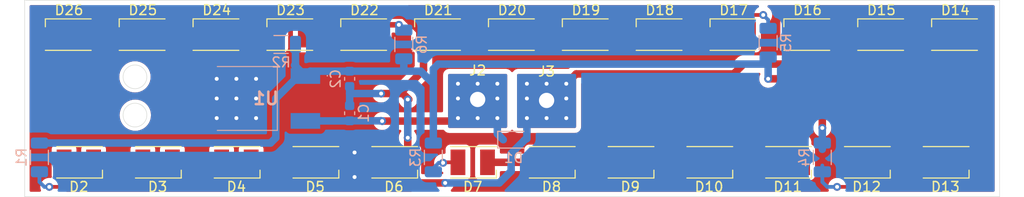
<source format=kicad_pcb>
(kicad_pcb (version 20240108) (generator "pcbnew") (generator_version "8.0")
  (layers (0 "F.Cu" signal) (31 "B.Cu" signal) (34 "B.Paste" user) (35 "F.Paste" user) (36 "B.SilkS" user "B.Silkscreen") (37 "F.SilkS" user "F.Silkscreen") (38 "B.Mask" user) (39 "F.Mask" user) (44 "Edge.Cuts" user))
  (net 0 "")
  (net 1 "+24V")
  (net 2 "Net-(D2-A)")
  (net 3 "Net-(D2-K)")
  (net 4 "Net-(D3-K)")
  (net 5 "Net-(D4-K)")
  (net 6 "Net-(D5-K)")
  (net 7 "Net-(D7-A)")
  (net 8 "SIG_BRAKE")
  (net 9 "Net-(D7-K)")
  (net 10 "Net-(D8-K)")
  (net 11 "Net-(D10-A)")
  (net 12 "Net-(D10-K)")
  (net 13 "Net-(D12-K)")
  (net 14 "Net-(D12-A)")
  (net 15 "Net-(D13-K)")
  (net 16 "Net-(D14-K)")
  (net 17 "Net-(D15-K)")
  (net 18 "Net-(D17-A)")
  (net 19 "Net-(D17-K)")
  (net 20 "Net-(D18-K)")
  (net 21 "Net-(D19-K)")
  (net 22 "Net-(D20-K)")
  (net 23 "Net-(D22-K)")
  (net 24 "Net-(D22-A)")
  (net 25 "Net-(D23-K)")
  (net 26 "Net-(D24-K)")
  (net 27 "Net-(D25-K)")
  (net 28 "/ADJ")
  (net 29 "chłodzenie(Vout)")
  (footprint "LED_SMD:LED_PLCC-2" (layer "F.Cu") (at 125.5 156.5 180)
    (property "Reference" "D10" (at 0 -2.5 180) (layer "F.SilkS"))
    (property "Value" "RF-RURA30TS-CE")
    (fp_line (start 2.25 1.6) (end -2.4 1.6) (stroke (width 0.12)) (layer "F.SilkS"))
    (fp_line (start 2.25 -1.6) (end -2.4 -1.6) (stroke (width 0.12)) (layer "F.SilkS"))
    (fp_line (start -2.4 -1.6) (end -2.4 -0.8) (stroke (width 0.12)) (layer "F.SilkS"))
    (pad "1" smd rect (at -1.5 0 180) (size 1.5 2.6) (layers "F.Cu" "F.Paste" "F.Mask") (net 12 "Net-(D10-K)"))
    (pad "2" smd rect (at 1.5 0 180) (size 1.5 2.6) (layers "F.Cu" "F.Paste" "F.Mask") (net 11 "Net-(D10-A)"))
  )
  (footprint "LED_SMD:LED_PLCC-2" (layer "F.Cu") (at 83 143.5)
    (property "Reference" "D23" (at 0 -2.5 0) (layer "F.SilkS"))
    (property "Value" "RF-RURA30TS-CE")
    (fp_line (start -2.4 -1.6) (end -2.4 -0.8) (stroke (width 0.12)) (layer "F.SilkS"))
    (fp_line (start 2.25 -1.6) (end -2.4 -1.6) (stroke (width 0.12)) (layer "F.SilkS"))
    (fp_line (start 2.25 1.6) (end -2.4 1.6) (stroke (width 0.12)) (layer "F.SilkS"))
    (pad "1" smd rect (at -1.5 0) (size 1.5 2.6) (layers "F.Cu" "F.Paste" "F.Mask") (net 25 "Net-(D23-K)"))
    (pad "2" smd rect (at 1.5 0) (size 1.5 2.6) (layers "F.Cu" "F.Paste" "F.Mask") (net 23 "Net-(D22-K)"))
  )
  (footprint "LED_SMD:LED_PLCC-2" (layer "F.Cu") (at 150.5 143.5)
    (property "Reference" "D14" (at 0 -2.5 0) (layer "F.SilkS"))
    (property "Value" "RF-RURA30TS-CE")
    (fp_line (start -2.4 -1.6) (end -2.4 -0.8) (stroke (width 0.12)) (layer "F.SilkS"))
    (fp_line (start 2.25 -1.6) (end -2.4 -1.6) (stroke (width 0.12)) (layer "F.SilkS"))
    (fp_line (start 2.25 1.6) (end -2.4 1.6) (stroke (width 0.12)) (layer "F.SilkS"))
    (pad "1" smd rect (at -1.5 0) (size 1.5 2.6) (layers "F.Cu" "F.Paste" "F.Mask") (net 16 "Net-(D14-K)"))
    (pad "2" smd rect (at 1.5 0) (size 1.5 2.6) (layers "F.Cu" "F.Paste" "F.Mask") (net 15 "Net-(D13-K)"))
  )
  (footprint "LED_SMD:LED_PLCC-2" (layer "F.Cu") (at 61.5 156.5 180)
    (property "Reference" "D2" (at 0 -2.5 180) (layer "F.SilkS"))
    (property "Value" "RF-RURA30TS-CE")
    (fp_line (start 2.25 1.6) (end -2.4 1.6) (stroke (width 0.12)) (layer "F.SilkS"))
    (fp_line (start 2.25 -1.6) (end -2.4 -1.6) (stroke (width 0.12)) (layer "F.SilkS"))
    (fp_line (start -2.4 -1.6) (end -2.4 -0.8) (stroke (width 0.12)) (layer "F.SilkS"))
    (pad "1" smd rect (at -1.5 0 180) (size 1.5 2.6) (layers "F.Cu" "F.Paste" "F.Mask") (net 3 "Net-(D2-K)"))
    (pad "2" smd rect (at 1.5 0 180) (size 1.5 2.6) (layers "F.Cu" "F.Paste" "F.Mask") (net 2 "Net-(D2-A)"))
  )
  (footprint "LED_SMD:LED_PLCC-2" (layer "F.Cu") (at 85.5 156.5 180)
    (property "Reference" "D5" (at 0 -2.5 180) (layer "F.SilkS"))
    (property "Value" "RF-RURA30TS-CE")
    (fp_line (start 2.25 1.6) (end -2.4 1.6) (stroke (width 0.12)) (layer "F.SilkS"))
    (fp_line (start 2.25 -1.6) (end -2.4 -1.6) (stroke (width 0.12)) (layer "F.SilkS"))
    (fp_line (start -2.4 -1.6) (end -2.4 -0.8) (stroke (width 0.12)) (layer "F.SilkS"))
    (pad "1" smd rect (at -1.5 0 180) (size 1.5 2.6) (layers "F.Cu" "F.Paste" "F.Mask") (net 6 "Net-(D5-K)"))
    (pad "2" smd rect (at 1.5 0 180) (size 1.5 2.6) (layers "F.Cu" "F.Paste" "F.Mask") (net 5 "Net-(D4-K)"))
  )
  (footprint "LED_SMD:LED_PLCC-2" (layer "F.Cu") (at 128 143.5)
    (property "Reference" "D17" (at 0 -2.5 0) (layer "F.SilkS"))
    (property "Value" "RF-RURA30TS-CE")
    (fp_line (start -2.4 -1.6) (end -2.4 -0.8) (stroke (width 0.12)) (layer "F.SilkS"))
    (fp_line (start 2.25 -1.6) (end -2.4 -1.6) (stroke (width 0.12)) (layer "F.SilkS"))
    (fp_line (start 2.25 1.6) (end -2.4 1.6) (stroke (width 0.12)) (layer "F.SilkS"))
    (pad "1" smd rect (at -1.5 0) (size 1.5 2.6) (layers "F.Cu" "F.Paste" "F.Mask") (net 19 "Net-(D17-K)"))
    (pad "2" smd rect (at 1.5 0) (size 1.5 2.6) (layers "F.Cu" "F.Paste" "F.Mask") (net 18 "Net-(D17-A)"))
  )
  (footprint "LED_SMD:LED_PLCC-2" (layer "F.Cu") (at 120.5 143.5)
    (property "Reference" "D18" (at 0 -2.5 0) (layer "F.SilkS"))
    (property "Value" "RF-RURA30TS-CE")
    (fp_line (start -2.4 -1.6) (end -2.4 -0.8) (stroke (width 0.12)) (layer "F.SilkS"))
    (fp_line (start 2.25 -1.6) (end -2.4 -1.6) (stroke (width 0.12)) (layer "F.SilkS"))
    (fp_line (start 2.25 1.6) (end -2.4 1.6) (stroke (width 0.12)) (layer "F.SilkS"))
    (pad "1" smd rect (at -1.5 0) (size 1.5 2.6) (layers "F.Cu" "F.Paste" "F.Mask") (net 20 "Net-(D18-K)"))
    (pad "2" smd rect (at 1.5 0) (size 1.5 2.6) (layers "F.Cu" "F.Paste" "F.Mask") (net 19 "Net-(D17-K)"))
  )
  (footprint "LED_SMD:LED_PLCC-2" (layer "F.Cu") (at 69.5 156.5 180)
    (property "Reference" "D3" (at 0 -2.5 180) (layer "F.SilkS"))
    (property "Value" "RF-RURA30TS-CE")
    (fp_line (start 2.25 1.6) (end -2.4 1.6) (stroke (width 0.12)) (layer "F.SilkS"))
    (fp_line (start 2.25 -1.6) (end -2.4 -1.6) (stroke (width 0.12)) (layer "F.SilkS"))
    (fp_line (start -2.4 -1.6) (end -2.4 -0.8) (stroke (width 0.12)) (layer "F.SilkS"))
    (pad "1" smd rect (at -1.5 0 180) (size 1.5 2.6) (layers "F.Cu" "F.Paste" "F.Mask") (net 4 "Net-(D3-K)"))
    (pad "2" smd rect (at 1.5 0 180) (size 1.5 2.6) (layers "F.Cu" "F.Paste" "F.Mask") (net 3 "Net-(D2-K)"))
  )
  (footprint "LED_SMD:LED_PLCC-2" (layer "F.Cu") (at 93.5 156.5 180)
    (property "Reference" "D6" (at 0 -2.5 180) (layer "F.SilkS"))
    (property "Value" "RF-RURA30TS-CE")
    (fp_line (start 2.25 1.6) (end -2.4 1.6) (stroke (width 0.12)) (layer "F.SilkS"))
    (fp_line (start 2.25 -1.6) (end -2.4 -1.6) (stroke (width 0.12)) (layer "F.SilkS"))
    (fp_line (start -2.4 -1.6) (end -2.4 -0.8) (stroke (width 0.12)) (layer "F.SilkS"))
    (pad "1" smd rect (at -1.5 0 180) (size 1.5 2.6) (layers "F.Cu" "F.Paste" "F.Mask") (net 8 "SIG_BRAKE"))
    (pad "2" smd rect (at 1.5 0 180) (size 1.5 2.6) (layers "F.Cu" "F.Paste" "F.Mask") (net 6 "Net-(D5-K)"))
  )
  (footprint "LED_SMD:LED_PLCC-2" (layer "F.Cu") (at 101.5 156.5 180)
    (property "Reference" "D7" (at 0 -2.5 180) (layer "F.SilkS"))
    (property "Value" "RF-RURA30TS-CE")
    (fp_line (start 2.25 1.6) (end -2.4 1.6) (stroke (width 0.12)) (layer "F.SilkS"))
    (fp_line (start 2.25 -1.6) (end -2.4 -1.6) (stroke (width 0.12)) (layer "F.SilkS"))
    (fp_line (start -2.4 -1.6) (end -2.4 -0.8) (stroke (width 0.12)) (layer "F.SilkS"))
    (pad "1" smd rect (at -1.5 0 180) (size 1.5 2.6) (layers "F.Cu" "F.Paste" "F.Mask") (net 9 "Net-(D7-K)"))
    (pad "2" smd rect (at 1.5 0 180) (size 1.5 2.6) (layers "F.Cu" "F.Paste" "F.Mask") (net 7 "Net-(D7-A)"))
  )
  (footprint "LED_SMD:LED_PLCC-2" (layer "F.Cu") (at 98 143.5)
    (property "Reference" "D21" (at 0 -2.5 0) (layer "F.SilkS"))
    (property "Value" "RF-RURA30TS-CE")
    (fp_line (start -2.4 -1.6) (end -2.4 -0.8) (stroke (width 0.12)) (layer "F.SilkS"))
    (fp_line (start 2.25 -1.6) (end -2.4 -1.6) (stroke (width 0.12)) (layer "F.SilkS"))
    (fp_line (start 2.25 1.6) (end -2.4 1.6) (stroke (width 0.12)) (layer "F.SilkS"))
    (pad "1" smd rect (at -1.5 0) (size 1.5 2.6) (layers "F.Cu" "F.Paste" "F.Mask") (net 8 "SIG_BRAKE"))
    (pad "2" smd rect (at 1.5 0) (size 1.5 2.6) (layers "F.Cu" "F.Paste" "F.Mask") (net 22 "Net-(D20-K)"))
  )
  (footprint "LED_SMD:LED_PLCC-2" (layer "F.Cu") (at 90.5 143.5)
    (property "Reference" "D22" (at 0 -2.5 0) (layer "F.SilkS"))
    (property "Value" "RF-RURA30TS-CE")
    (fp_line (start -2.4 -1.6) (end -2.4 -0.8) (stroke (width 0.12)) (layer "F.SilkS"))
    (fp_line (start 2.25 -1.6) (end -2.4 -1.6) (stroke (width 0.12)) (layer "F.SilkS"))
    (fp_line (start 2.25 1.6) (end -2.4 1.6) (stroke (width 0.12)) (layer "F.SilkS"))
    (pad "1" smd rect (at -1.5 0) (size 1.5 2.6) (layers "F.Cu" "F.Paste" "F.Mask") (net 23 "Net-(D22-K)"))
    (pad "2" smd rect (at 1.5 0) (size 1.5 2.6) (layers "F.Cu" "F.Paste" "F.Mask") (net 24 "Net-(D22-A)"))
  )
  (footprint "Connector_Wire:SolderWire-0.75sqmm_1x01_D1.25mm_OD3.5mm" (layer "F.Cu") (at 102 150.1)
    (property "Reference" "J2" (at 0 -2.95 0) (layer "F.SilkS"))
    (property "Value" "Conn_01x01_Socket")
    (pad "1" thru_hole roundrect (at 0 0) (size 3.5 3.5) (drill 1.55) (layers "*.Cu" "*.Mask") (roundrect_rratio 0.071429) (net 1 "+24V"))
  )
  (footprint "LED_SMD:LED_PLCC-2" (layer "F.Cu") (at 117.5 156.5 180)
    (property "Reference" "D9" (at 0 -2.5 180) (layer "F.SilkS"))
    (property "Value" "RF-RURA30TS-CE")
    (fp_line (start 2.25 1.6) (end -2.4 1.6) (stroke (width 0.12)) (layer "F.SilkS"))
    (fp_line (start 2.25 -1.6) (end -2.4 -1.6) (stroke (width 0.12)) (layer "F.SilkS"))
    (fp_line (start -2.4 -1.6) (end -2.4 -0.8) (stroke (width 0.12)) (layer "F.SilkS"))
    (pad "1" smd rect (at -1.5 0 180) (size 1.5 2.6) (layers "F.Cu" "F.Paste" "F.Mask") (net 11 "Net-(D10-A)"))
    (pad "2" smd rect (at 1.5 0 180) (size 1.5 2.6) (layers "F.Cu" "F.Paste" "F.Mask") (net 10 "Net-(D8-K)"))
  )
  (footprint "LED_SMD:LED_PLCC-2" (layer "F.Cu") (at 77.5 156.5 180)
    (property "Reference" "D4" (at 0 -2.5 180) (layer "F.SilkS"))
    (property "Value" "RF-RURA30TS-CE")
    (fp_line (start 2.25 1.6) (end -2.4 1.6) (stroke (width 0.12)) (layer "F.SilkS"))
    (fp_line (start 2.25 -1.6) (end -2.4 -1.6) (stroke (width 0.12)) (layer "F.SilkS"))
    (fp_line (start -2.4 -1.6) (end -2.4 -0.8) (stroke (width 0.12)) (layer "F.SilkS"))
    (pad "1" smd rect (at -1.5 0 180) (size 1.5 2.6) (layers "F.Cu" "F.Paste" "F.Mask") (net 5 "Net-(D4-K)"))
    (pad "2" smd rect (at 1.5 0 180) (size 1.5 2.6) (layers "F.Cu" "F.Paste" "F.Mask") (net 4 "Net-(D3-K)"))
  )
  (footprint "LED_SMD:LED_PLCC-2" (layer "F.Cu") (at 135.5 143.5)
    (property "Reference" "D16" (at 0 -2.5 0) (layer "F.SilkS"))
    (property "Value" "RF-RURA30TS-CE")
    (fp_line (start -2.4 -1.6) (end -2.4 -0.8) (stroke (width 0.12)) (layer "F.SilkS"))
    (fp_line (start 2.25 -1.6) (end -2.4 -1.6) (stroke (width 0.12)) (layer "F.SilkS"))
    (fp_line (start 2.25 1.6) (end -2.4 1.6) (stroke (width 0.12)) (layer "F.SilkS"))
    (pad "1" smd rect (at -1.5 0) (size 1.5 2.6) (layers "F.Cu" "F.Paste" "F.Mask") (net 8 "SIG_BRAKE"))
    (pad "2" smd rect (at 1.5 0) (size 1.5 2.6) (layers "F.Cu" "F.Paste" "F.Mask") (net 17 "Net-(D15-K)"))
  )
  (footprint "LED_SMD:LED_PLCC-2" (layer "F.Cu") (at 60.5 143.5)
    (property "Reference" "D26" (at 0 -2.5 0) (layer "F.SilkS"))
    (property "Value" "RF-RURA30TS-CE")
    (fp_line (start -2.4 -1.6) (end -2.4 -0.8) (stroke (width 0.12)) (layer "F.SilkS"))
    (fp_line (start 2.25 -1.6) (end -2.4 -1.6) (stroke (width 0.12)) (layer "F.SilkS"))
    (fp_line (start 2.25 1.6) (end -2.4 1.6) (stroke (width 0.12)) (layer "F.SilkS"))
    (pad "1" smd rect (at -1.5 0) (size 1.5 2.6) (layers "F.Cu" "F.Paste" "F.Mask") (net 8 "SIG_BRAKE"))
    (pad "2" smd rect (at 1.5 0) (size 1.5 2.6) (layers "F.Cu" "F.Paste" "F.Mask") (net 27 "Net-(D25-K)"))
  )
  (footprint "LED_SMD:LED_PLCC-2" (layer "F.Cu") (at 143 143.5)
    (property "Reference" "D15" (at 0 -2.5 0) (layer "F.SilkS"))
    (property "Value" "RF-RURA30TS-CE")
    (fp_line (start -2.4 -1.6) (end -2.4 -0.8) (stroke (width 0.12)) (layer "F.SilkS"))
    (fp_line (start 2.25 -1.6) (end -2.4 -1.6) (stroke (width 0.12)) (layer "F.SilkS"))
    (fp_line (start 2.25 1.6) (end -2.4 1.6) (stroke (width 0.12)) (layer "F.SilkS"))
    (pad "1" smd rect (at -1.5 0) (size 1.5 2.6) (layers "F.Cu" "F.Paste" "F.Mask") (net 17 "Net-(D15-K)"))
    (pad "2" smd rect (at 1.5 0) (size 1.5 2.6) (layers "F.Cu" "F.Paste" "F.Mask") (net 16 "Net-(D14-K)"))
  )
  (footprint "LED_SMD:LED_PLCC-2" (layer "F.Cu") (at 149.5 156.5 180)
    (property "Reference" "D13" (at 0 -2.5 180) (layer "F.SilkS"))
    (property "Value" "RF-RURA30TS-CE")
    (fp_line (start 2.25 1.6) (end -2.4 1.6) (stroke (width 0.12)) (layer "F.SilkS"))
    (fp_line (start 2.25 -1.6) (end -2.4 -1.6) (stroke (width 0.12)) (layer "F.SilkS"))
    (fp_line (start -2.4 -1.6) (end -2.4 -0.8) (stroke (width 0.12)) (layer "F.SilkS"))
    (pad "1" smd rect (at -1.5 0 180) (size 1.5 2.6) (layers "F.Cu" "F.Paste" "F.Mask") (net 15 "Net-(D13-K)"))
    (pad "2" smd rect (at 1.5 0 180) (size 1.5 2.6) (layers "F.Cu" "F.Paste" "F.Mask") (net 13 "Net-(D12-K)"))
  )
  (footprint "LED_SMD:LED_PLCC-2" (layer "F.Cu") (at 75.5 143.5)
    (property "Reference" "D24" (at 0 -2.5 0) (layer "F.SilkS"))
    (property "Value" "RF-RURA30TS-CE")
    (fp_line (start -2.4 -1.6) (end -2.4 -0.8) (stroke (width 0.12)) (layer "F.SilkS"))
    (fp_line (start 2.25 -1.6) (end -2.4 -1.6) (stroke (width 0.12)) (layer "F.SilkS"))
    (fp_line (start 2.25 1.6) (end -2.4 1.6) (stroke (width 0.12)) (layer "F.SilkS"))
    (pad "1" smd rect (at -1.5 0) (size 1.5 2.6) (layers "F.Cu" "F.Paste" "F.Mask") (net 26 "Net-(D24-K)"))
    (pad "2" smd rect (at 1.5 0) (size 1.5 2.6) (layers "F.Cu" "F.Paste" "F.Mask") (net 25 "Net-(D23-K)"))
  )
  (footprint "Connector_Wire:SolderWire-0.75sqmm_1x01_D1.25mm_OD3.5mm" (layer "F.Cu") (at 109 150.2)
    (property "Reference" "J3" (at 0 -2.95 0) (layer "F.SilkS"))
    (property "Value" "Conn_01x01_Socket")
    (pad "1" thru_hole roundrect (at 0 0) (size 3.5 3.5) (drill 1.55) (layers "*.Cu" "*.Mask") (roundrect_rratio 0.071429) (net 8 "SIG_BRAKE"))
  )
  (footprint "LED_SMD:LED_PLCC-2" (layer "F.Cu") (at 141.5 156.5 180)
    (property "Reference" "D12" (at 0 -2.5 180) (layer "F.SilkS"))
    (property "Value" "RF-RURA30TS-CE")
    (fp_line (start 2.25 1.6) (end -2.4 1.6) (stroke (width 0.12)) (layer "F.SilkS"))
    (fp_line (start 2.25 -1.6) (end -2.4 -1.6) (stroke (width 0.12)) (layer "F.SilkS"))
    (fp_line (start -2.4 -1.6) (end -2.4 -0.8) (stroke (width 0.12)) (layer "F.SilkS"))
    (pad "1" smd rect (at -1.5 0 180) (size 1.5 2.6) (layers "F.Cu" "F.Paste" "F.Mask") (net 13 "Net-(D12-K)"))
    (pad "2" smd rect (at 1.5 0 180) (size 1.5 2.6) (layers "F.Cu" "F.Paste" "F.Mask") (net 14 "Net-(D12-A)"))
  )
  (footprint "LED_SMD:LED_PLCC-2" (layer "F.Cu") (at 68 143.5)
    (property "Reference" "D25" (at 0 -2.5 0) (layer "F.SilkS"))
    (property "Value" "RF-RURA30TS-CE")
    (fp_line (start -2.4 -1.6) (end -2.4 -0.8) (stroke (width 0.12)) (layer "F.SilkS"))
    (fp_line (start 2.25 -1.6) (end -2.4 -1.6) (stroke (width 0.12)) (layer "F.SilkS"))
    (fp_line (start 2.25 1.6) (end -2.4 1.6) (stroke (width 0.12)) (layer "F.SilkS"))
    (pad "1" smd rect (at -1.5 0) (size 1.5 2.6) (layers "F.Cu" "F.Paste" "F.Mask") (net 27 "Net-(D25-K)"))
    (pad "2" smd rect (at 1.5 0) (size 1.5 2.6) (layers "F.Cu" "F.Paste" "F.Mask") (net 26 "Net-(D24-K)"))
  )
  (footprint "LED_SMD:LED_PLCC-2" (layer "F.Cu") (at 113 143.5)
    (property "Reference" "D19" (at 0 -2.5 0) (layer "F.SilkS"))
    (property "Value" "RF-RURA30TS-CE")
    (fp_line (start -2.4 -1.6) (end -2.4 -0.8) (stroke (width 0.12)) (layer "F.SilkS"))
    (fp_line (start 2.25 -1.6) (end -2.4 -1.6) (stroke (width 0.12)) (layer "F.SilkS"))
    (fp_line (start 2.25 1.6) (end -2.4 1.6) (stroke (width 0.12)) (layer "F.SilkS"))
    (pad "1" smd rect (at -1.5 0) (size 1.5 2.6) (layers "F.Cu" "F.Paste" "F.Mask") (net 21 "Net-(D19-K)"))
    (pad "2" smd rect (at 1.5 0) (size 1.5 2.6) (layers "F.Cu" "F.Paste" "F.Mask") (net 20 "Net-(D18-K)"))
  )
  (footprint "LED_SMD:LED_PLCC-2" (layer "F.Cu") (at 109.5 156.5 180)
    (property "Reference" "D8" (at 0 -2.5 180) (layer "F.SilkS"))
    (property "Value" "RF-RURA30TS-CE")
    (fp_line (start 2.25 1.6) (end -2.4 1.6) (stroke (width 0.12)) (layer "F.SilkS"))
    (fp_line (start 2.25 -1.6) (end -2.4 -1.6) (stroke (width 0.12)) (layer "F.SilkS"))
    (fp_line (start -2.4 -1.6) (end -2.4 -0.8) (stroke (width 0.12)) (layer "F.SilkS"))
    (pad "1" smd rect (at -1.5 0 180) (size 1.5 2.6) (layers "F.Cu" "F.Paste" "F.Mask") (net 10 "Net-(D8-K)"))
    (pad "2" smd rect (at 1.5 0 180) (size 1.5 2.6) (layers "F.Cu" "F.Paste" "F.Mask") (net 9 "Net-(D7-K)"))
  )
  (footprint "LED_SMD:LED_PLCC-2" (layer "F.Cu") (at 105.5 143.5)
    (property "Reference" "D20" (at 0 -2.5 0) (layer "F.SilkS"))
    (property "Value" "RF-RURA30TS-CE")
    (fp_line (start -2.4 -1.6) (end -2.4 -0.8) (stroke (width 0.12)) (layer "F.SilkS"))
    (fp_line (start 2.25 -1.6) (end -2.4 -1.6) (stroke (width 0.12)) (layer "F.SilkS"))
    (fp_line (start 2.25 1.6) (end -2.4 1.6) (stroke (width 0.12)) (layer "F.SilkS"))
    (pad "1" smd rect (at -1.5 0) (size 1.5 2.6) (layers "F.Cu" "F.Paste" "F.Mask") (net 22 "Net-(D20-K)"))
    (pad "2" smd rect (at 1.5 0) (size 1.5 2.6) (layers "F.Cu" "F.Paste" "F.Mask") (net 21 "Net-(D19-K)"))
  )
  (footprint "LED_SMD:LED_PLCC-2" (layer "F.Cu") (at 133.5 156.5 180)
    (property "Reference" "D11" (at 0 -2.5 180) (layer "F.SilkS"))
    (property "Value" "RF-RURA30TS-CE")
    (fp_line (start 2.25 1.6) (end -2.4 1.6) (stroke (width 0.12)) (layer "F.SilkS"))
    (fp_line (start 2.25 -1.6) (end -2.4 -1.6) (stroke (width 0.12)) (layer "F.SilkS"))
    (fp_line (start -2.4 -1.6) (end -2.4 -0.8) (stroke (width 0.12)) (layer "F.SilkS"))
    (pad "1" smd rect (at -1.5 0 180) (size 1.5 2.6) (layers "F.Cu" "F.Paste" "F.Mask") (net 8 "SIG_BRAKE"))
    (pad "2" smd rect (at 1.5 0 180) (size 1.5 2.6) (layers "F.Cu" "F.Paste" "F.Mask") (net 12 "Net-(D10-K)"))
  )
  (footprint "Resistor_SMD:R_1206_3216Metric" (layer "B.Cu") (at 57.5 156 -90)
    (property "Reference" "R1" (at 0 1.82 90) (layer "B.SilkS") (effects (justify mirror)))
    (property "Value" "90R")
    (fp_line (start 0.727064 0.91) (end -0.727064 0.91) (stroke (width 0.12)) (layer "B.SilkS"))
    (fp_line (start 0.727064 -0.91) (end -0.727064 -0.91) (stroke (width 0.12)) (layer "B.SilkS"))
    (pad "1" smd roundrect (at -1.4625 0 270) (size 1.125 1.75) (layers "B.Cu" "B.Paste" "B.Mask") (roundrect_rratio 0.222222) (net 28 "/ADJ"))
    (pad "2" smd roundrect (at 1.4625 0 270) (size 1.125 1.75) (layers "B.Cu" "B.Paste" "B.Mask") (roundrect_rratio 0.222222) (net 2 "Net-(D2-A)"))
  )
  (footprint "Resistor_SMD:R_1206_3216Metric" (layer "B.Cu") (at 97.5 156 -90)
    (property "Reference" "R3" (at 0 1.82 90) (layer "B.SilkS") (effects (justify mirror)))
    (property "Value" "90R")
    (fp_line (start 0.727064 0.91) (end -0.727064 0.91) (stroke (width 0.12)) (layer "B.SilkS"))
    (fp_line (start 0.727064 -0.91) (end -0.727064 -0.91) (stroke (width 0.12)) (layer "B.SilkS"))
    (pad "1" smd roundrect (at -1.4625 0 270) (size 1.125 1.75) (layers "B.Cu" "B.Paste" "B.Mask") (roundrect_rratio 0.222222) (net 28 "/ADJ"))
    (pad "2" smd roundrect (at 1.4625 0 270) (size 1.125 1.75) (layers "B.Cu" "B.Paste" "B.Mask") (roundrect_rratio 0.222222) (net 7 "Net-(D7-A)"))
  )
  (footprint "Capacitor_SMD:C_0603_1608Metric" (layer "B.Cu") (at 89 148 -90)
    (property "Reference" "C2" (at 0 1.43 90) (layer "B.SilkS") (effects (justify mirror)))
    (property "Value" "100n")
    (fp_line (start -0.14058 0.51) (end 0.14058 0.51) (stroke (width 0.12)) (layer "B.SilkS"))
    (fp_line (start -0.14058 -0.51) (end 0.14058 -0.51) (stroke (width 0.12)) (layer "B.SilkS"))
    (pad "1" smd roundrect (at -0.775 0 270) (size 0.9 0.95) (layers "B.Cu" "B.Paste" "B.Mask") (net 28 "/ADJ"))
    (pad "2" smd roundrect (at 0.775 0 270) (size 0.9 0.95) (layers "B.Cu" "B.Paste" "B.Mask") (net 8 "SIG_BRAKE"))
  )
  (footprint "footprint:NVD5117PLT4GVF01" (layer "B.Cu") (at 75.557 150)
    (property "Reference" "U1" (at 4.943 0 0) (layer "B.SilkS") (effects (font (size 1.27 1.27) (thickness 0.254)) (justify mirror)))
    (property "Value" "LM317MABDTG" (hide yes))
    (fp_line (start 0 -3.25) (end 6.1 -3.25) (stroke (width 0.1)) (layer "B.SilkS"))
    (fp_line (start 6.1 -3.25) (end 6.1 3.25) (stroke (width 0.1)) (layer "B.SilkS"))
    (fp_line (start 6.1 3.25) (end 0 3.25) (stroke (width 0.1)) (layer "B.SilkS"))
    (fp_line (start 11.148 -2.308) (end 11.148 -2.308) (stroke (width 0.068)) (layer "B.SilkS"))
    (fp_line (start 11.216 -2.308) (end 11.216 -2.308) (stroke (width 0.068)) (layer "B.SilkS"))
    (fp_arc (start 11.148 -2.308) (mid 11.182 -2.342) (end 11.216 -2.308) (stroke (width 0.068)) (layer "B.SilkS"))
    (fp_arc (start 11.216 -2.308) (mid 11.182 -2.274) (end 11.148 -2.308) (stroke (width 0.068)) (layer "B.SilkS"))
    (pad "1" smd rect (at 8.95 -2.285 270) (size 1.6 3) (layers "B.Cu" "B.Paste" "B.Mask") (net 28 "/ADJ"))
    (pad "2" smd rect (at 1.77 0 270) (size 5.8 6.2) (layers "B.Cu" "B.Paste" "B.Mask") (net 29 "chłodzenie(Vout)"))
    (pad "3" smd rect (at 8.95 2.285 270) (size 1.6 3) (layers "B.Cu" "B.Paste" "B.Mask") (net 1 "+24V"))
  )
  (footprint "Resistor_SMD:R_1206_3216Metric" (layer "B.Cu") (at 94.5 144.5 90)
    (property "Reference" "R6" (at 0 1.82 -90) (layer "B.SilkS") (effects (justify mirror)))
    (property "Value" "90R")
    (fp_line (start 0.727064 -0.91) (end -0.727064 -0.91) (stroke (width 0.12)) (layer "B.SilkS"))
    (fp_line (start 0.727064 0.91) (end -0.727064 0.91) (stroke (width 0.12)) (layer "B.SilkS"))
    (pad "1" smd roundrect (at -1.4625 0 90) (size 1.125 1.75) (layers "B.Cu" "B.Paste" "B.Mask") (roundrect_rratio 0.222222) (net 28 "/ADJ"))
    (pad "2" smd roundrect (at 1.4625 0 90) (size 1.125 1.75) (layers "B.Cu" "B.Paste" "B.Mask") (roundrect_rratio 0.222222) (net 24 "Net-(D22-A)"))
  )
  (footprint "Resistor_SMD:R_1206_3216Metric" (layer "B.Cu") (at 82.0375 144.5)
    (property "Reference" "R2" (at 0 1.82 180) (layer "B.SilkS") (effects (justify mirror)))
    (property "Value" "13R")
    (fp_line (start -0.727064 -0.91) (end 0.727064 -0.91) (stroke (width 0.12)) (layer "B.SilkS"))
    (fp_line (start -0.727064 0.91) (end 0.727064 0.91) (stroke (width 0.12)) (layer "B.SilkS"))
    (pad "1" smd roundrect (at -1.4625 0) (size 1.125 1.75) (layers "B.Cu" "B.Paste" "B.Mask") (roundrect_rratio 0.222222) (net 29 "chłodzenie(Vout)"))
    (pad "2" smd roundrect (at 1.4625 0) (size 1.125 1.75) (layers "B.Cu" "B.Paste" "B.Mask") (roundrect_rratio 0.222222) (net 28 "/ADJ"))
  )
  (footprint "Resistor_SMD:R_1206_3216Metric" (layer "B.Cu") (at 131.5 144.325 90)
    (property "Reference" "R5" (at 0 1.82 -90) (layer "B.SilkS") (effects (justify mirror)))
    (property "Value" "90R")
    (fp_line (start 0.727064 -0.91) (end -0.727064 -0.91) (stroke (width 0.12)) (layer "B.SilkS"))
    (fp_line (start 0.727064 0.91) (end -0.727064 0.91) (stroke (width 0.12)) (layer "B.SilkS"))
    (pad "1" smd roundrect (at -1.4625 0 90) (size 1.125 1.75) (layers "B.Cu" "B.Paste" "B.Mask") (roundrect_rratio 0.222222) (net 28 "/ADJ"))
    (pad "2" smd roundrect (at 1.4625 0 90) (size 1.125 1.75) (layers "B.Cu" "B.Paste" "B.Mask") (roundrect_rratio 0.222222) (net 18 "Net-(D17-A)"))
  )
  (footprint "Capacitor_SMD:C_0603_1608Metric" (layer "B.Cu") (at 89 151.5 90)
    (property "Reference" "C1" (at 0 1.43 90) (layer "B.SilkS") (effects (justify mirror)))
    (property "Value" "100n")
    (fp_line (start -0.14058 -0.51) (end 0.14058 -0.51) (stroke (width 0.12)) (layer "B.SilkS"))
    (fp_line (start -0.14058 0.51) (end 0.14058 0.51) (stroke (width 0.12)) (layer "B.SilkS"))
    (pad "1" smd roundrect (at -0.775 0 90) (size 0.9 0.95) (layers "B.Cu" "B.Paste" "B.Mask") (net 1 "+24V"))
    (pad "2" smd roundrect (at 0.775 0 90) (size 0.9 0.95) (layers "B.Cu" "B.Paste" "B.Mask") (net 8 "SIG_BRAKE"))
  )
  (footprint "Diode_SMD:D_SOD-323" (layer "B.Cu") (at 105.65 154.2)
    (property "Reference" "D1" (at 0 1.85 0) (layer "B.SilkS") (effects (justify mirror)))
    (property "Value" "SD24_SOD323")
    (fp_line (start -1.61 -0.85) (end -1.61 0.85) (stroke (width 0.12)) (layer "B.SilkS"))
    (fp_line (start 1.05 -0.85) (end -1.61 -0.85) (stroke (width 0.12)) (layer "B.SilkS"))
    (fp_line (start 1.05 0.85) (end -1.61 0.85) (stroke (width 0.12)) (layer "B.SilkS"))
    (pad "1" smd roundrect (at -1.05 0) (size 0.6 0.45) (layers "B.Cu" "B.Paste" "B.Mask") (net 1 "+24V"))
    (pad "2" smd roundrect (at 1.05 0) (size 0.6 0.45) (layers "B.Cu" "B.Paste" "B.Mask") (net 8 "SIG_BRAKE"))
  )
  (footprint "Resistor_SMD:R_1206_3216Metric" (layer "B.Cu") (at 137 156 -90)
    (property "Reference" "R4" (at 0 1.82 90) (layer "B.SilkS") (effects (justify mirror)))
    (property "Value" "90R")
    (fp_line (start 0.727064 0.91) (end -0.727064 0.91) (stroke (width 0.12)) (layer "B.SilkS"))
    (fp_line (start 0.727064 -0.91) (end -0.727064 -0.91) (stroke (width 0.12)) (layer "B.SilkS"))
    (pad "1" smd roundrect (at -1.4625 0 270) (size 1.125 1.75) (layers "B.Cu" "B.Paste" "B.Mask") (roundrect_rratio 0.222222) (net 28 "/ADJ"))
    (pad "2" smd roundrect (at 1.4625 0 270) (size 1.125 1.75) (layers "B.Cu" "B.Paste" "B.Mask") (roundrect_rratio 0.222222) (net 14 "Net-(D12-A)"))
  )
  (gr_line (start 56 160) (end 56 140) (stroke (width 0.05)) (layer "Edge.Cuts"))
  (gr_circle (center 67.2 147.8) (end 68.3 148.3) (stroke (width 0.05)) (fill none) (layer "Edge.Cuts"))
  (gr_circle (center 67.2 151.691696) (end 68.3 152.191696) (stroke (width 0.05)) (fill none) (layer "Edge.Cuts"))
  (gr_line (start 155 160) (end 56 160) (stroke (width 0.05)) (layer "Edge.Cuts"))
  (gr_line (start 56 140) (end 155 140) (stroke (width 0.05)) (layer "Edge.Cuts"))
  (gr_line (start 155 140) (end 155 160) (stroke (width 0.05)) (layer "Edge.Cuts"))
  (segment (start 99.7 152.3) (end 100 152) (width 0.762) (layer "F.Cu") (net 1))
  (segment (start 92.3 152.3) (end 99.7 152.3) (width 0.762) (layer "F.Cu") (net 1))
  (segment (start 100.1 152) (end 102 150.1) (width 0.762) (layer "F.Cu") (net 1))
  (segment (start 100 152) (end 100.1 152) (width 0.762) (layer "F.Cu") (net 1))
  (via (at 92.3 152.3) (size 0.8) (drill 0.4) (layers "F.Cu" "B.Cu") (net 1))
  (via (at 100 150) (size 0.8) (drill 0.4) (layers "F.Cu" "B.Cu") (net 1))
  (via (at 102 152) (size 0.8) (drill 0.4) (layers "F.Cu" "B.Cu") (net 1))
  (via (at 100 152) (size 0.8) (drill 0.4) (layers "F.Cu" "B.Cu") (net 1))
  (via (at 104 152) (size 0.8) (drill 0.4) (layers "F.Cu" "B.Cu") (net 1))
  (via (at 104 150) (size 0.8) (drill 0.4) (layers "F.Cu" "B.Cu") (net 1))
  (via (at 100 148.5) (size 0.8) (drill 0.4) (layers "F.Cu" "B.Cu") (net 1))
  (via (at 102 148.5) (size 0.8) (drill 0.4) (layers "F.Cu" "B.Cu") (net 1))
  (via (at 104 148.5) (size 0.8) (drill 0.4) (layers "F.Cu" "B.Cu") (net 1))
  (segment (start 92.2 152.275) (end 92.175 152.275) (width 0.762) (layer "B.Cu") (net 1))
  (segment (start 104.6 154.2) (end 104.6 154.1) (width 0.25) (layer "B.Cu") (net 1))
  (segment (start 90.775 152.275) (end 92.15 152.275) (width 0.762) (layer "B.Cu") (net 1))
  (segment (start 84.507 152.285) (end 88.99 152.285) (width 0.762) (layer "B.Cu") (net 1))
  (segment (start 88.99 152.285) (end 89 152.275) (width 0.762) (layer "B.Cu") (net 1))
  (segment (start 104 153.6) (end 104.6 154.2) (width 0.762) (layer "B.Cu") (net 1))
  (segment (start 89 152.275) (end 90.775 152.275) (width 0.762) (layer "B.Cu") (net 1))
  (segment (start 92.3 152.3) (end 92.2 152.275) (width 0.762) (layer "B.Cu") (net 1))
  (segment (start 92.15 152.275) (end 92.3 152.3) (width 0.762) (layer "B.Cu") (net 1))
  (segment (start 104 152) (end 104 153.6) (width 0.762) (layer "B.Cu") (net 1))
  (segment (start 59.5 159) (end 60 158.5) (width 0.381) (layer "F.Cu") (net 2))
  (segment (start 60 158.5) (end 60 156.5) (width 0.381) (layer "F.Cu") (net 2))
  (segment (start 59.5 159) (end 58.5 159) (width 0.381) (layer "F.Cu") (net 2))
  (via (at 58.5 159) (size 0.8) (drill 0.4) (layers "F.Cu" "B.Cu") (net 2))
  (segment (start 57.5 158.5) (end 58 159) (width 0.381) (layer "B.Cu") (net 2))
  (segment (start 57.5 158.5) (end 57.5 157.4625) (width 0.381) (layer "B.Cu") (net 2))
  (segment (start 58 159) (end 58.5 159) (width 0.381) (layer "B.Cu") (net 2))
  (segment (start 68 156.5) (end 63 156.5) (width 0.762) (layer "F.Cu") (net 3))
  (segment (start 76 156.5) (end 71 156.5) (width 0.762) (layer "F.Cu") (net 4))
  (segment (start 84 156.5) (end 79 156.5) (width 0.762) (layer "F.Cu") (net 5))
  (segment (start 92 156.5) (end 87 156.5) (width 0.762) (layer "F.Cu") (net 6))
  (segment (start 98.54 156.5) (end 98.49 156.55) (width 0.381) (layer "F.Cu") (net 7))
  (segment (start 100 156.5) (end 100 157.5) (width 0.381) (layer "F.Cu") (net 7))
  (segment (start 100 156.5) (end 98.54 156.5) (width 0.381) (layer "F.Cu") (net 7))
  (via (at 98.49 156.55) (size 0.8) (drill 0.4) (layers "F.Cu" "B.Cu") (net 7))
  (segment (start 98.05 156.55) (end 97.5 157.1) (width 0.381) (layer "B.Cu") (net 7))
  (segment (start 97.5 157.1) (end 97.5 157.4625) (width 0.381) (layer "B.Cu") (net 7))
  (segment (start 98.49 156.55) (end 98.05 156.55) (width 0.381) (layer "B.Cu") (net 7))
  (segment (start 94.9 150) (end 94.9 150.1) (width 0.762) (layer "F.Cu") (net 8))
  (segment (start 135 154.5) (end 128 147.5) (width 0.762) (layer "F.Cu") (net 8))
  (segment (start 128 147.5) (end 129 146.5) (width 0.762) (layer "F.Cu") (net 8))
  (segment (start 112 147.5) (end 111 148.5) (width 0.762) (layer "F.Cu") (net 8))
  (segment (start 94.9 156.4) (end 95 156.5) (width 0.762) (layer "F.Cu") (net 8))
  (segment (start 129 146.5) (end 133.5 146.5) (width 0.762) (layer "F.Cu") (net 8))
  (segment (start 98.7 158.6) (end 98.6 158.6) (width 0.762) (layer "F.Cu") (net 8))
  (segment (start 94.1 149.5) (end 96.5 147.1) (width 0.762) (layer "F.Cu") (net 8))
  (segment (start 95 156.5) (end 95 157.7) (width 0.762) (layer "F.Cu") (net 8))
  (segment (start 95 150.1) (end 95 150.1) (width 0.762) (layer "F.Cu") (net 8))
  (segment (start 94.9 150.1) (end 95 150.1) (width 0.762) (layer "F.Cu") (net 8))
  (segment (start 96.5 147.1) (end 96.5 143.5) (width 0.762) (layer "F.Cu") (net 8))
  (segment (start 95 157.7) (end 95.8 158.5) (width 0.762) (layer "F.Cu") (net 8))
  (segment (start 94.519489 141.519489) (end 60.980511 141.519489) (width 0.762) (layer "F.Cu") (net 8))
  (segment (start 96.5 143.5) (end 94.519489 141.519489) (width 0.762) (layer "F.Cu") (net 8))
  (segment (start 134 146) (end 134 143.5) (width 0.762) (layer "F.Cu") (net 8))
  (segment (start 135 156.5) (end 135 154.5) (width 0.762) (layer "F.Cu") (net 8))
  (segment (start 60.980511 141.519489) (end 59 143.5) (width 0.762) (layer "F.Cu") (net 8))
  (segment (start 94.1 149.5) (end 94.4 149.5) (width 0.762) (layer "F.Cu") (net 8))
  (segment (start 94.9 154) (end 94.9 156.4) (width 0.762) (layer "F.Cu") (net 8))
  (segment (start 128 147.5) (end 112 147.5) (width 0.762) (layer "F.Cu") (net 8))
  (segment (start 95.9 158.6) (end 98.7 158.6) (width 0.762) (layer "F.Cu") (net 8))
  (segment (start 92.2 149.5) (end 94.1 149.5) (width 0.762) (layer "F.Cu") (net 8))
  (segment (start 95.8 158.5) (end 95.9 158.6) (width 0.762) (layer "F.Cu") (net 8))
  (segment (start 133.5 146.5) (end 134 146) (width 0.762) (layer "F.Cu") (net 8))
  (segment (start 94.4 149.5) (end 94.9 150) (width 0.762) (layer "F.Cu") (net 8))
  (via (at 98.7 158.6) (size 0.8) (drill 0.4) (layers "F.Cu" "B.Cu") (net 8))
  (via (at 107 148.5) (size 0.8) (drill 0.4) (layers "F.Cu" "B.Cu") (net 8))
  (via (at 111 152) (size 0.8) (drill 0.4) (layers "F.Cu" "B.Cu") (net 8))
  (via (at 92.2 149.5) (size 0.8) (drill 0.4) (layers "F.Cu" "B.Cu") (net 8))
  (via (at 107 150) (size 0.8) (drill 0.4) (layers "F.Cu" "B.Cu") (net 8))
  (via (at 109 152) (size 0.8) (drill 0.4) (layers "F.Cu" "B.Cu") (net 8))
  (via (at 111 150) (size 0.8) (drill 0.4) (layers "F.Cu" "B.Cu") (net 8))
  (via (at 111 148.5) (size 0.8) (drill 0.4) (layers "F.Cu" "B.Cu") (net 8))
  (via (at 94.9 150.1) (size 0.8) (drill 0.4) (layers "F.Cu" "B.Cu") (net 8))
  (via (at 109 148.5) (size 0.8) (drill 0.4) (layers "F.Cu" "B.Cu") (net 8))
  (via (at 94.9 154) (size 0.8) (drill 0.4) (layers "F.Cu" "B.Cu") (net 8))
  (via (at 107 152) (size 0.8) (drill 0.4) (layers "F.Cu" "B.Cu") (net 8))
  (segment (start 107 154.1) (end 107 152) (width 0.762) (layer "B.Cu") (net 8))
  (segment (start 105.4 155.6) (end 106.9 154.1) (width 0.762) (layer "B.Cu") (net 8))
  (segment (start 107 152) (end 107.2 152) (width 0.762) (layer "B.Cu") (net 8))
  (segment (start 89 149.5) (end 92.2 149.5) (width 0.762) (layer "B.Cu") (net 8))
  (segment (start 105.4 157.4) (end 105.4 155.6) (width 0.762) (layer "B.Cu") (net 8))
  (segment (start 94.9 150.1) (end 94.9 154) (width 0.762) (layer "B.Cu") (net 8))
  (segment (start 98.7 158.6) (end 104.2 158.6) (width 0.762) (layer "B.Cu") (net 8))
  (segment (start 89 150.725) (end 89 149.5) (width 0.762) (layer "B.Cu") (net 8))
  (segment (start 89 149.5) (end 89 148.775) (width 0.762) (layer "B.Cu") (net 8))
  (segment (start 104.2 158.6) (end 105.4 157.4) (width 0.762) (layer "B.Cu") (net 8))
  (segment (start 107.2 152) (end 109 150.2) (width 0.762) (layer "B.Cu") (net 8))
  (segment (start 94.9 154) (end 94.9 153.9) (width 0.762) (layer "B.Cu") (net 8))
  (segment (start 92.2 149.5) (end 92 149.5) (width 0.762) (layer "B.Cu") (net 8))
  (segment (start 108 156.5) (end 103 156.5) (width 0.762) (layer "F.Cu") (net 9))
  (segment (start 116 156.5) (end 111 156.5) (width 0.762) (layer "F.Cu") (net 10))
  (segment (start 124 156.5) (end 119 156.5) (width 0.762) (layer "F.Cu") (net 11))
  (segment (start 132 156.5) (end 127 156.5) (width 0.762) (layer "F.Cu") (net 12))
  (segment (start 143 156.5) (end 148 156.5) (width 0.762) (layer "F.Cu") (net 13))
  (segment (start 140 158.5) (end 139.5 159) (width 0.381) (layer "F.Cu") (net 14))
  (segment (start 139.5 159) (end 138.5 159) (width 0.381) (layer "F.Cu") (net 14))
  (segment (start 140 156.5) (end 140 158.5) (width 0.381) (layer "F.Cu") (net 14))
  (via (at 138.5 159) (size 0.8) (drill 0.4) (layers "F.Cu" "B.Cu") (net 14))
  (segment (start 137.5 159) (end 137 158.5) (width 0.381) (layer "B.Cu") (net 14))
  (segment (start 138.5 159) (end 137.5 159) (width 0.381) (layer "B.Cu") (net 14))
  (segment (start 137 158.5) (end 137 156.825) (width 0.381) (layer "B.Cu") (net 14))
  (segment (start 153 142.5) (end 152 143.5) (width 0.762) (layer "F.Cu") (net 15))
  (segment (start 153 156) (end 153 142.5) (width 0.762) (layer "F.Cu") (net 15))
  (segment (start 152.5 156.5) (end 153 156) (width 0.762) (layer "F.Cu") (net 15))
  (segment (start 151 156.5) (end 152.5 156.5) (width 0.762) (layer "F.Cu") (net 15))
  (segment (start 149 143.5) (end 144.5 143.5) (width 0.762) (layer "F.Cu") (net 16))
  (segment (start 141.5 143.5) (end 137 143.5) (width 0.762) (layer "F.Cu") (net 17))
  (segment (start 129.5 142) (end 130 141.5) (width 0.381) (layer "F.Cu") (net 18))
  (segment (start 129.5 143.5) (end 129.5 142) (width 0.381) (layer "F.Cu") (net 18))
  (segment (start 130 141.5) (end 131 141.5) (width 0.381) (layer "F.Cu") (net 18))
  (via (at 131 141.5) (size 0.8) (drill 0.4) (layers "F.Cu" "B.Cu") (net 18))
  (segment (start 131.5 142) (end 131.5 142.8625) (width 0.381) (layer "B.Cu") (net 18))
  (segment (start 131.5 142) (end 131 141.5) (width 0.381) (layer "B.Cu") (net 18))
  (segment (start 126.5 143.5) (end 122 143.5) (width 0.762) (layer "F.Cu") (net 19))
  (segment (start 119 143.5) (end 114.5 143.5) (width 0.762) (layer "F.Cu") (net 20))
  (segment (start 111.5 143.5) (end 107 143.5) (width 0.762) (layer "F.Cu") (net 21))
  (segment (start 104 143.5) (end 99.5 143.5) (width 0.762) (layer "F.Cu") (net 22))
  (segment (start 89 143.5) (end 84.5 143.5) (width 0.762) (layer "F.Cu") (net 23))
  (segment (start 93 142.5) (end 92 143.5) (width 0.5588) (layer "F.Cu") (net 24))
  (segment (start 94 142.5) (end 93 142.5) (width 0.5588) (layer "F.Cu") (net 24))
  (via (at 94 142.5) (size 0.8) (drill 0.4) (layers "F.Cu" "B.Cu") (net 24))
  (segment (start 94 142.5) (end 94 142.5375) (width 0.5588) (layer "B.Cu") (net 24))
  (segment (start 94 142.5375) (end 94.5 143.0375) (width 0.5588) (layer "B.Cu") (net 24))
  (segment (start 81.5 143.5) (end 77 143.5) (width 0.762) (layer "F.Cu") (net 25))
  (segment (start 74 143.5) (end 69.5 143.5) (width 0.762) (layer "F.Cu") (net 26))
  (segment (start 66.5 143.5) (end 62 143.5) (width 0.762) (layer "F.Cu") (net 27))
  (segment (start 137 150) (end 135 148) (width 0.762) (layer "F.Cu") (net 28))
  (segment (start 137 153) (end 137 150) (width 0.762) (layer "F.Cu") (net 28))
  (segment (start 135 148) (end 131.5 148) (width 0.762) (layer "F.Cu") (net 28))
  (via (at 137 153) (size 0.8) (drill 0.4) (layers "F.Cu" "B.Cu") (net 28))
  (via (at 131.5 148) (size 0.8) (drill 0.4) (layers "F.Cu" "B.Cu") (net 28))
  (segment (start 96.225 147.225) (end 96.75 147.75) (width 0.762) (layer "B.Cu") (net 28))
  (segment (start 131.5 148) (end 131.5 145.7875) (width 0.762) (layer "B.Cu") (net 28))
  (segment (start 83.4125 146.6205) (end 83.5 146.533) (width 0.762) (layer "B.Cu") (net 28))
  (segment (start 89 147.225) (end 84.997 147.225) (width 0.762) (layer "B.Cu") (net 28))
  (segment (start 81.5 154) (end 80.9625 154.5375) (width 0.762) (layer "B.Cu") (net 28))
  (segment (start 97.5 148.5) (end 97.5 154.5375) (width 0.762) (layer "B.Cu") (net 28))
  (segment (start 97.5 148.5) (end 97.5 147) (width 0.762) (layer "B.Cu") (net 28))
  (segment (start 84.997 147.225) (end 84.507 147.715) (width 0.762) (layer "B.Cu") (net 28))
  (segment (start 89 147.225) (end 94.275 147.225) (width 0.762) (layer "B.Cu") (net 28))
  (segment (start 81.5 154) (end 81.5 150) (width 0.762) (layer "B.Cu") (net 28))
  (segment (start 81.5 150) (end 83.785 147.715) (width 0.762) (layer "B.Cu") (net 28))
  (segment (start 137 155.175) (end 137 153) (width 0.762) (layer "B.Cu") (net 28))
  (segment (start 94.275 147.225) (end 96.225 147.225) (width 0.762) (layer "B.Cu") (net 28))
  (segment (start 97.5 147) (end 98 146.5) (width 0.762) (layer "B.Cu") (net 28))
  (segment (start 131.5 146.5) (end 98 146.5) (width 0.762) (layer "B.Cu") (net 28))
  (segment (start 96.75 147.75) (end 97.5 148.5) (width 0.762) (layer "B.Cu") (net 28))
  (segment (start 94.275 147.225) (end 94.5 147) (width 0.762) (layer "B.Cu") (net 28))
  (segment (start 80.9625 154.5375) (end 57.5 154.5375) (width 0.762) (layer "B.Cu") (net 28))
  (segment (start 97 148) (end 96.75 147.75) (width 0.762) (layer "B.Cu") (net 28))
  (segment (start 83.4125 146.6205) (end 84.507 147.715) (width 0.762) (layer "B.Cu") (net 28))
  (segment (start 83.785 147.715) (end 84.507 147.715) (width 0.762) (layer "B.Cu") (net 28))
  (segment (start 94.5 147) (end 94.5 145.9625) (width 0.762) (layer "B.Cu") (net 28))
  (segment (start 83.5 146.533) (end 83.5 144.5) (width 0.762) (layer "B.Cu") (net 28))
  (via (at 77.5 148) (size 0.8) (drill 0.4) (layers "F.Cu" "B.Cu") (net 29))
  (via (at 75.5 148) (size 0.8) (drill 0.4) (layers "F.Cu" "B.Cu") (net 29))
  (via (at 79.5 150) (size 0.8) (drill 0.4) (layers "F.Cu" "B.Cu") (net 29))
  (via (at 77.5 152) (size 0.8) (drill 0.4) (layers "F.Cu" "B.Cu") (net 29))
  (via (at 79.5 148) (size 0.8) (drill 0.4) (layers "F.Cu" "B.Cu") (net 29))
  (via (at 77.5 150) (size 0.8) (drill 0.4) (layers "F.Cu" "B.Cu") (net 29))
  (via (at 79.5 152) (size 0.8) (drill 0.4) (layers "F.Cu" "B.Cu") (net 29))
  (via (at 75.5 152) (size 0.8) (drill 0.4) (layers "F.Cu" "B.Cu") (net 29))
  (via (at 75.5 150) (size 0.8) (drill 0.4) (layers "F.Cu" "B.Cu") (net 29))
  (via (at 89.5 155.5) (size 0.8) (drill 0.4) (layers "F.Cu" "B.Cu") (net 29))
  (via (at 89.5 158) (size 0.8) (drill 0.4) (layers "F.Cu" "B.Cu") (net 29))
  (segment (start 77.327 146.173) (end 79 144.5) (width 0.762) (layer "B.Cu") (net 29))
  (segment (start 79 144.5) (end 80.575 144.5) (width 0.762) (layer "B.Cu") (net 29))
  (segment (start 77.327 150) (end 77.327 146.173) (width 0.762) (layer "B.Cu") (net 29))
  (zone (net 8) (net_name "SIG_BRAKE") (layer "F.Cu") (priority 2) (connect_pads yes (clearance 0.508)) (min_thickness 0.254) (fill yes (thermal_gap 0.508) (thermal_bridge_width 0.508))
    (polygon (pts (xy 112 153) (xy 106 153) (xy 106 147.5) (xy 112 147.5)))
  )
  (zone (net 29) (net_name "chłodzenie(Vout)") (layers "F&B.Cu") (connect_pads yes (clearance 0.508)) (min_thickness 0.254) (fill yes (thermal_gap 0.508) (thermal_bridge_width 0.508))
    (polygon (pts (xy 154.5 159.5) (xy 56.5 159.5) (xy 56.5 140.5) (xy 154.5 140.5)))
  )
  (zone (net 1) (net_name "+24V") (layers "F&B.Cu") (priority 2) (connect_pads yes (clearance 0.508)) (min_thickness 0.254) (fill yes (thermal_gap 0.508) (thermal_bridge_width 0.508))
    (polygon (pts (xy 105 153) (xy 99 153) (xy 99 147.5) (xy 105 147.5)))
  )
  (zone (net 8) (net_name "SIG_BRAKE") (layer "B.Cu") (priority 2) (connect_pads yes (clearance 0.508)) (min_thickness 0.254) (fill yes (thermal_gap 0.508) (thermal_bridge_width 0.508))
    (polygon (pts (xy 112 153) (xy 106 153) (xy 106 147.5) (xy 112 147.5)))
  )
)
</source>
